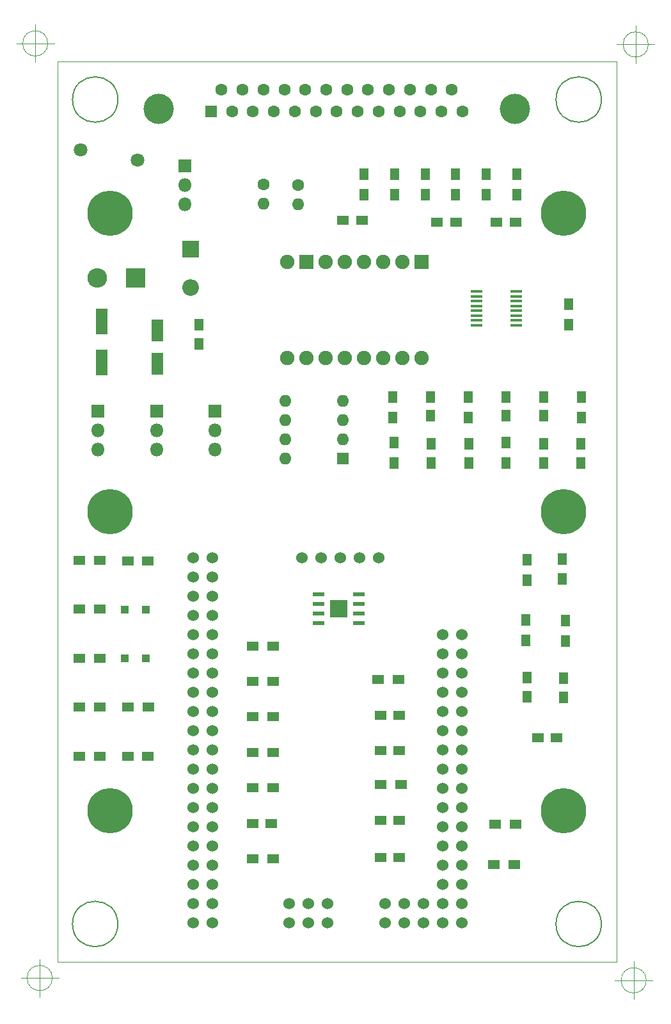
<source format=gbr>
G04 #@! TF.GenerationSoftware,KiCad,Pcbnew,(5.1.4)-1*
G04 #@! TF.CreationDate,2019-11-27T23:22:20+05:00*
G04 #@! TF.ProjectId,speeduino_ntv650,73706565-6475-4696-9e6f-5f6e74763635,rev?*
G04 #@! TF.SameCoordinates,Original*
G04 #@! TF.FileFunction,Soldermask,Top*
G04 #@! TF.FilePolarity,Negative*
%FSLAX46Y46*%
G04 Gerber Fmt 4.6, Leading zero omitted, Abs format (unit mm)*
G04 Created by KiCad (PCBNEW (5.1.4)-1) date 2019-11-27 23:22:20*
%MOMM*%
%LPD*%
G04 APERTURE LIST*
%ADD10C,0.100000*%
%ADD11C,0.150000*%
%ADD12R,1.100000X1.100000*%
%ADD13C,1.800000*%
%ADD14C,6.000000*%
%ADD15C,4.000000*%
%ADD16C,1.600000*%
%ADD17R,1.600000X1.600000*%
%ADD18O,1.600000X1.600000*%
%ADD19R,1.500000X1.300000*%
%ADD20R,1.300000X1.500000*%
%ADD21R,1.250000X1.500000*%
%ADD22R,1.500000X1.250000*%
%ADD23R,1.600000X0.410000*%
%ADD24R,2.600000X2.600000*%
%ADD25O,2.600000X2.600000*%
%ADD26R,2.200000X2.200000*%
%ADD27O,2.200000X2.200000*%
%ADD28R,1.600000X3.500000*%
%ADD29R,1.600000X3.000000*%
%ADD30C,1.524000*%
%ADD31O,1.800000X1.800000*%
%ADD32R,1.800000X1.800000*%
%ADD33R,1.175000X1.175000*%
%ADD34R,1.550000X0.600000*%
%ADD35R,1.900000X1.900000*%
%ADD36C,1.900000*%
G04 APERTURE END LIST*
D10*
X110806666Y-38620000D02*
G75*
G03X110806666Y-38620000I-1666666J0D01*
G01*
X106640000Y-38620000D02*
X111640000Y-38620000D01*
X109140000Y-36120000D02*
X109140000Y-41120000D01*
X190016666Y-162490000D02*
G75*
G03X190016666Y-162490000I-1666666J0D01*
G01*
X185850000Y-162490000D02*
X190850000Y-162490000D01*
X188350000Y-159990000D02*
X188350000Y-164990000D01*
D11*
X184070000Y-155040000D02*
G75*
G03X184070000Y-155040000I-3000000J0D01*
G01*
D10*
X190286666Y-38760000D02*
G75*
G03X190286666Y-38760000I-1666666J0D01*
G01*
X186120000Y-38760000D02*
X191120000Y-38760000D01*
X188620000Y-36260000D02*
X188620000Y-41260000D01*
X111396666Y-162190000D02*
G75*
G03X111396666Y-162190000I-1666666J0D01*
G01*
X107230000Y-162190000D02*
X112230000Y-162190000D01*
X109730000Y-159690000D02*
X109730000Y-164690000D01*
D11*
X120070000Y-155040000D02*
G75*
G03X120070000Y-155040000I-3000000J0D01*
G01*
X184070000Y-46040000D02*
G75*
G03X184070000Y-46040000I-3000000J0D01*
G01*
X120070000Y-46040000D02*
G75*
G03X120070000Y-46040000I-3000000J0D01*
G01*
D10*
X112070000Y-160040000D02*
X112070000Y-41040000D01*
X186070000Y-160040000D02*
X112070000Y-160040000D01*
X186070000Y-41040000D02*
X186070000Y-160040000D01*
X112070000Y-41040000D02*
X186070000Y-41040000D01*
D12*
X120970000Y-113474000D03*
X123770000Y-113474000D03*
X120970000Y-119952000D03*
X123770000Y-119952000D03*
D13*
X122660000Y-54070000D03*
X115160000Y-52670000D03*
D14*
X179070000Y-100540000D03*
X119070000Y-100540000D03*
X179070000Y-140040000D03*
X179070000Y-61040000D03*
X119070000Y-61040000D03*
X119070000Y-140040000D03*
D15*
X125490000Y-47310000D03*
X172590000Y-47310000D03*
D16*
X164275000Y-44770000D03*
X161505000Y-44770000D03*
X158735000Y-44770000D03*
X155965000Y-44770000D03*
X153195000Y-44770000D03*
X150425000Y-44770000D03*
X147655000Y-44770000D03*
X144885000Y-44770000D03*
X142115000Y-44770000D03*
X139345000Y-44770000D03*
X136575000Y-44770000D03*
X133805000Y-44770000D03*
X165660000Y-47610000D03*
X162890000Y-47610000D03*
X160120000Y-47610000D03*
X157350000Y-47610000D03*
X154580000Y-47610000D03*
X151810000Y-47610000D03*
X149040000Y-47610000D03*
X146270000Y-47610000D03*
X143500000Y-47610000D03*
X140730000Y-47610000D03*
X137960000Y-47610000D03*
X135190000Y-47610000D03*
D17*
X132420000Y-47610000D03*
X149840000Y-93510000D03*
D18*
X142220000Y-85890000D03*
X149840000Y-90970000D03*
X142220000Y-88430000D03*
X149840000Y-88430000D03*
X142220000Y-90970000D03*
X149840000Y-85890000D03*
X142220000Y-93510000D03*
D19*
X140600000Y-146390000D03*
X137900000Y-146390000D03*
X137900000Y-127663000D03*
X140600000Y-127663000D03*
D16*
X139380000Y-57230000D03*
D18*
X139380000Y-59770000D03*
D16*
X143950000Y-57340000D03*
D18*
X143950000Y-59880000D03*
D19*
X117700000Y-126396000D03*
X115000000Y-126396000D03*
X117700000Y-132870000D03*
X115000000Y-132870000D03*
D20*
X156610000Y-91360000D03*
X156610000Y-94060000D03*
X171484000Y-94060000D03*
X171484000Y-91360000D03*
D19*
X172720000Y-141810000D03*
X170020000Y-141810000D03*
X172520000Y-147190000D03*
X169820000Y-147190000D03*
X137900000Y-118270000D03*
X140600000Y-118270000D03*
X137900000Y-122967000D03*
X140600000Y-122967000D03*
X115000000Y-106930000D03*
X117700000Y-106930000D03*
X140600000Y-132360000D03*
X137900000Y-132360000D03*
X137900000Y-137057000D03*
X140600000Y-137057000D03*
X121370000Y-107010000D03*
X124070000Y-107010000D03*
X154550000Y-122680000D03*
X157250000Y-122680000D03*
D20*
X156450000Y-88110000D03*
X156450000Y-85410000D03*
X174040000Y-114850000D03*
X174040000Y-117550000D03*
X179280000Y-114920000D03*
X179280000Y-117620000D03*
X178920000Y-109460000D03*
X178920000Y-106760000D03*
X181420000Y-88050000D03*
X181420000Y-85350000D03*
X152640000Y-58600000D03*
X152640000Y-55900000D03*
X174260000Y-109560000D03*
X174260000Y-106860000D03*
D19*
X154825000Y-136620000D03*
X157525000Y-136620000D03*
D20*
X156692000Y-58600000D03*
X156692000Y-55900000D03*
D19*
X124120000Y-126380000D03*
X121420000Y-126380000D03*
X124070000Y-132890000D03*
X121370000Y-132890000D03*
X117700000Y-113424000D03*
X115000000Y-113424000D03*
X117700000Y-119902000D03*
X115000000Y-119902000D03*
D21*
X130770000Y-75810000D03*
X130770000Y-78310000D03*
X161450000Y-87850000D03*
X161450000Y-85350000D03*
D22*
X157325000Y-127430000D03*
X154825000Y-127430000D03*
D21*
X161578000Y-94060000D03*
X161578000Y-91560000D03*
X174230000Y-122480000D03*
X174230000Y-124980000D03*
D22*
X175640000Y-130460000D03*
X178140000Y-130460000D03*
D21*
X176420000Y-85350000D03*
X176420000Y-87850000D03*
D22*
X152380000Y-62000000D03*
X149880000Y-62000000D03*
X157325000Y-132080000D03*
X154825000Y-132080000D03*
D21*
X181390000Y-91560000D03*
X181390000Y-94060000D03*
D22*
X154825000Y-141310000D03*
X157325000Y-141310000D03*
D21*
X179100000Y-122570000D03*
X179100000Y-125070000D03*
X171450000Y-85350000D03*
X171450000Y-87850000D03*
D22*
X154825000Y-146230000D03*
X157325000Y-146230000D03*
D21*
X176452000Y-91560000D03*
X176452000Y-94060000D03*
D20*
X164796000Y-55900000D03*
X164796000Y-58600000D03*
X160744000Y-55900000D03*
X160744000Y-58600000D03*
X168848000Y-55900000D03*
X168848000Y-58600000D03*
X172900000Y-55900000D03*
X172900000Y-58600000D03*
X179740000Y-73120000D03*
X179740000Y-75820000D03*
X166450000Y-85350000D03*
X166450000Y-88050000D03*
D23*
X167525700Y-71437500D03*
X167525700Y-72072500D03*
X167525700Y-72707500D03*
X167525700Y-73342500D03*
X167525700Y-73977500D03*
X167525700Y-74612500D03*
X167525700Y-75247500D03*
X167525700Y-75882500D03*
X172834300Y-75882500D03*
X172834300Y-75247500D03*
X172834300Y-74612500D03*
X172834300Y-73977500D03*
X172834300Y-73342500D03*
X172834300Y-72707500D03*
X172834300Y-72072500D03*
X172834300Y-71437500D03*
D22*
X162300000Y-62240000D03*
X164800000Y-62240000D03*
X172700000Y-62240000D03*
X170200000Y-62240000D03*
X137900000Y-141723000D03*
X140400000Y-141723000D03*
D21*
X166516000Y-91560000D03*
X166516000Y-94060000D03*
D24*
X122390000Y-69590000D03*
D25*
X117310000Y-69590000D03*
D26*
X129690000Y-65860000D03*
D27*
X129690000Y-70940000D03*
D28*
X117930000Y-80770000D03*
X117930000Y-75370000D03*
D29*
X125310000Y-76590000D03*
X125310000Y-80990000D03*
D30*
X132605000Y-106645000D03*
X130065000Y-106645000D03*
X132605000Y-109185000D03*
X132605000Y-111725000D03*
X132605000Y-114265000D03*
X132605000Y-116805000D03*
X130065000Y-109185000D03*
X130065000Y-111725000D03*
X130065000Y-114265000D03*
X130065000Y-116805000D03*
X132605000Y-119345000D03*
X132605000Y-121885000D03*
X132605000Y-124425000D03*
X132605000Y-126965000D03*
X132605000Y-129505000D03*
X132605000Y-132045000D03*
X132605000Y-134585000D03*
X132605000Y-137125000D03*
X132605000Y-139665000D03*
X132605000Y-142205000D03*
X132605000Y-144745000D03*
X132605000Y-147285000D03*
X132605000Y-149825000D03*
X132605000Y-152365000D03*
X132605000Y-154905000D03*
X130065000Y-119345000D03*
X130065000Y-121885000D03*
X130065000Y-124425000D03*
X130065000Y-126965000D03*
X130065000Y-129505000D03*
X130065000Y-132045000D03*
X130065000Y-134585000D03*
X130065000Y-137125000D03*
X130065000Y-139665000D03*
X130065000Y-142205000D03*
X130065000Y-144745000D03*
X130065000Y-147285000D03*
X130065000Y-149825000D03*
X130065000Y-152365000D03*
X130065000Y-154905000D03*
X142765000Y-154905000D03*
X145305000Y-154905000D03*
X147845000Y-154905000D03*
X147845000Y-152365000D03*
X145305000Y-152365000D03*
X142765000Y-152365000D03*
X155465000Y-152365000D03*
X158005000Y-152365000D03*
X160545000Y-152365000D03*
X163085000Y-152365000D03*
X165625000Y-152365000D03*
X155465000Y-154905000D03*
X158005000Y-154905000D03*
X160545000Y-154905000D03*
X163085000Y-154905000D03*
X165625000Y-154905000D03*
X163085000Y-149815000D03*
X163085000Y-147275000D03*
X163085000Y-144735000D03*
X163085000Y-142195000D03*
X163085000Y-139655000D03*
X163085000Y-137115000D03*
X163085000Y-134575000D03*
X163085000Y-132035000D03*
X163085000Y-129495000D03*
X163085000Y-126955000D03*
X163085000Y-124415000D03*
X163085000Y-121875000D03*
X163085000Y-119335000D03*
X163085000Y-116795000D03*
X165625000Y-116795000D03*
X165625000Y-119335000D03*
X165625000Y-121875000D03*
X165625000Y-124415000D03*
X165625000Y-126955000D03*
X165625000Y-129495000D03*
X165625000Y-132035000D03*
X165625000Y-134575000D03*
X165625000Y-137115000D03*
X165625000Y-139655000D03*
X165625000Y-142195000D03*
X165625000Y-144735000D03*
X165625000Y-147275000D03*
X165625000Y-149815000D03*
X144445000Y-106645000D03*
X146985000Y-106645000D03*
X149525000Y-106645000D03*
X152065000Y-106645000D03*
X154605000Y-106645000D03*
D31*
X128960000Y-59920000D03*
X128960000Y-57380000D03*
D32*
X128960000Y-54840000D03*
D31*
X132950000Y-92350000D03*
X132950000Y-89810000D03*
D32*
X132950000Y-87270000D03*
D31*
X125230000Y-92350000D03*
X125230000Y-89810000D03*
D32*
X125230000Y-87270000D03*
D31*
X117470000Y-92350000D03*
X117470000Y-89810000D03*
D32*
X117470000Y-87270000D03*
D33*
X148714500Y-112770500D03*
X148714500Y-113945500D03*
X149889500Y-112770500D03*
X149889500Y-113945500D03*
D34*
X152002000Y-111453000D03*
X152002000Y-112723000D03*
X152002000Y-113993000D03*
X152002000Y-115263000D03*
X146602000Y-115263000D03*
X146602000Y-113993000D03*
X146602000Y-112723000D03*
X146602000Y-111453000D03*
D35*
X160250000Y-67510000D03*
D36*
X157710000Y-67510000D03*
X155170000Y-67510000D03*
X152630000Y-67510000D03*
X150090000Y-67510000D03*
X147550000Y-67510000D03*
D35*
X145010000Y-67510000D03*
D36*
X142470000Y-67510000D03*
X160250000Y-80210000D03*
X157710000Y-80210000D03*
X155170000Y-80210000D03*
X152630000Y-80210000D03*
X150090000Y-80210000D03*
X147550000Y-80210000D03*
X145010000Y-80210000D03*
X142470000Y-80210000D03*
M02*

</source>
